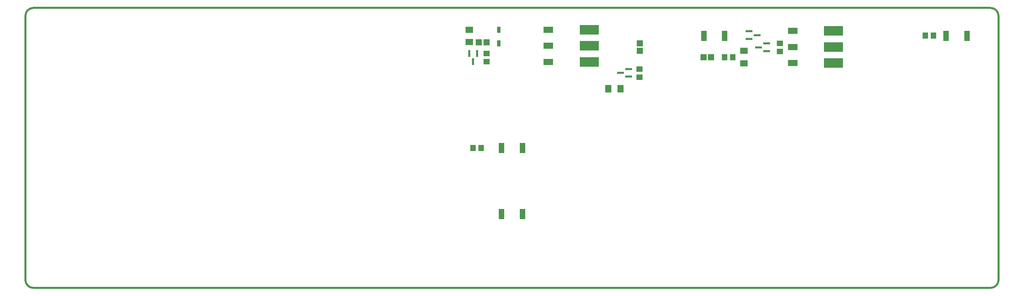
<source format=gbp>
G04*
G04 #@! TF.GenerationSoftware,Altium Limited,Altium Designer,22.6.1 (34)*
G04*
G04 Layer_Color=128*
%FSLAX43Y43*%
%MOMM*%
G71*
G04*
G04 #@! TF.SameCoordinates,9649F8B4-3FE2-4C46-9B93-F8E3BF9B0601*
G04*
G04*
G04 #@! TF.FilePolarity,Positive*
G04*
G01*
G75*
%ADD10C,0.500*%
%ADD14R,1.500X1.400*%
%ADD15R,0.600X1.800*%
%ADD16R,1.500X1.600*%
%ADD17R,0.850X1.600*%
%ADD18R,1.900X1.500*%
%ADD19R,1.500X1.900*%
%ADD20R,2.400X1.600*%
%ADD21R,4.800X2.400*%
%ADD22R,1.600X1.500*%
%ADD23R,1.400X1.500*%
%ADD24R,1.800X0.600*%
%ADD25R,1.400X2.600*%
D10*
X328000Y158000D02*
G03*
X326000Y160000I-2000J0D01*
G01*
X326000Y90000D02*
G03*
X328000Y92000I0J2000D01*
G01*
X85000D02*
G03*
X87000Y90000I2000J0D01*
G01*
Y160000D02*
G03*
X85000Y158000I0J-2000D01*
G01*
X87000Y160000D02*
X326000D01*
X328000Y158000D02*
X328000Y92000D01*
X326000Y89987D02*
Y90000D01*
X87000Y90000D02*
X326000D01*
X85000Y92000D02*
Y158000D01*
D14*
X200200Y148600D02*
D03*
Y146600D02*
D03*
X238379Y142698D02*
D03*
Y144698D02*
D03*
X273400Y149100D02*
D03*
X273400Y151100D02*
D03*
D15*
X196800Y146600D02*
D03*
X197750Y148600D02*
D03*
X195850Y148600D02*
D03*
D16*
X198250Y151400D02*
D03*
X200150Y151400D02*
D03*
X256250Y147700D02*
D03*
X254350Y147700D02*
D03*
D17*
X203200Y154500D02*
D03*
X203200Y151100D02*
D03*
D18*
X195800Y151450D02*
D03*
X195800Y154550D02*
D03*
X264400Y149250D02*
D03*
X264400Y146150D02*
D03*
D19*
X230529Y139798D02*
D03*
X233629D02*
D03*
D20*
X215600Y154500D02*
D03*
Y150500D02*
D03*
Y146500D02*
D03*
X276600Y146236D02*
D03*
Y150236D02*
D03*
Y154236D02*
D03*
D21*
X225800Y146500D02*
D03*
Y150500D02*
D03*
Y154500D02*
D03*
X286800Y154236D02*
D03*
Y150236D02*
D03*
Y146236D02*
D03*
D22*
X238400Y149250D02*
D03*
X238400Y151150D02*
D03*
D23*
X198800Y125000D02*
D03*
X196800D02*
D03*
X261600Y147700D02*
D03*
X259600D02*
D03*
X311712Y153063D02*
D03*
X309712D02*
D03*
D24*
X235642Y144706D02*
D03*
Y142806D02*
D03*
X233642Y143756D02*
D03*
X265700Y152250D02*
D03*
X265700Y154150D02*
D03*
X267700Y153200D02*
D03*
X270100Y151100D02*
D03*
X270100Y149200D02*
D03*
X268100Y150150D02*
D03*
D25*
X203900Y108500D02*
D03*
X209100D02*
D03*
X203900Y125000D02*
D03*
X209100D02*
D03*
X259600Y153000D02*
D03*
X254400D02*
D03*
X314900D02*
D03*
X320100D02*
D03*
M02*

</source>
